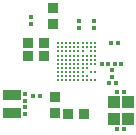
<source format=gts>
G04*
G04 #@! TF.GenerationSoftware,Altium Limited,Altium Designer,19.0.10 (269)*
G04*
G04 Layer_Color=8388736*
%FSLAX24Y24*%
%MOIN*%
G70*
G01*
G75*
%ADD20R,0.0166X0.0178*%
%ADD21R,0.0611X0.0355*%
%ADD22R,0.0395X0.0434*%
%ADD23C,0.0110*%
%ADD24R,0.0178X0.0166*%
%ADD25R,0.0375X0.0355*%
%ADD26R,0.0355X0.0375*%
D20*
X1366Y-1025D02*
D03*
X1590D02*
D03*
X1590Y-2246D02*
D03*
X1366D02*
D03*
X1275Y-69D02*
D03*
X1500D02*
D03*
X845Y-69D02*
D03*
X1070D02*
D03*
X1313Y-721D02*
D03*
X1089D02*
D03*
X1383Y639D02*
D03*
X1158D02*
D03*
X-1453Y-1130D02*
D03*
X-1228D02*
D03*
D21*
X-2132Y-1696D02*
D03*
Y-1125D02*
D03*
D22*
X1704Y-1921D02*
D03*
X1252D02*
D03*
Y-1350D02*
D03*
X1704D02*
D03*
D23*
X-620Y620D02*
D03*
X620Y-344D02*
D03*
X482D02*
D03*
X620Y-620D02*
D03*
X-482Y620D02*
D03*
X-344D02*
D03*
X-207D02*
D03*
X-69D02*
D03*
X69D02*
D03*
X207D02*
D03*
X344D02*
D03*
X482D02*
D03*
X620D02*
D03*
X-620Y482D02*
D03*
X-482D02*
D03*
X-344D02*
D03*
X-207D02*
D03*
X-69D02*
D03*
X69D02*
D03*
X207D02*
D03*
X344D02*
D03*
X482D02*
D03*
X620D02*
D03*
X-620Y344D02*
D03*
X-482D02*
D03*
X-344D02*
D03*
X-207D02*
D03*
X-69D02*
D03*
X69D02*
D03*
X207D02*
D03*
X482D02*
D03*
X620D02*
D03*
X-620Y207D02*
D03*
X-482D02*
D03*
X-344D02*
D03*
X-207D02*
D03*
X-69D02*
D03*
X69D02*
D03*
X207D02*
D03*
X344D02*
D03*
X482D02*
D03*
X620D02*
D03*
X-620Y69D02*
D03*
X-482D02*
D03*
X-344D02*
D03*
X-207D02*
D03*
X-69D02*
D03*
X69D02*
D03*
X207D02*
D03*
X344D02*
D03*
X482D02*
D03*
X620D02*
D03*
X-620Y-69D02*
D03*
X-482D02*
D03*
X-344D02*
D03*
X-207D02*
D03*
X-69D02*
D03*
X69D02*
D03*
X207D02*
D03*
X344D02*
D03*
X482D02*
D03*
X620D02*
D03*
X-620Y-207D02*
D03*
X-482D02*
D03*
X-344D02*
D03*
X-207D02*
D03*
X-69D02*
D03*
X69D02*
D03*
X207D02*
D03*
X344D02*
D03*
X-620Y-344D02*
D03*
X-482D02*
D03*
X-344D02*
D03*
X-207D02*
D03*
X-69D02*
D03*
X69D02*
D03*
X207D02*
D03*
X-620Y-482D02*
D03*
X-482D02*
D03*
X-344D02*
D03*
X-207D02*
D03*
X-69D02*
D03*
X69D02*
D03*
X207D02*
D03*
X344D02*
D03*
X-620Y-620D02*
D03*
X-482D02*
D03*
X-344D02*
D03*
X-207D02*
D03*
X-69D02*
D03*
X69D02*
D03*
X207D02*
D03*
X344D02*
D03*
X482D02*
D03*
D24*
X-1506Y1266D02*
D03*
Y1490D02*
D03*
X-1709Y-1306D02*
D03*
Y-1082D02*
D03*
Y-1525D02*
D03*
Y-1749D02*
D03*
X600Y1352D02*
D03*
Y1128D02*
D03*
X90Y1352D02*
D03*
Y1128D02*
D03*
X1173Y-287D02*
D03*
Y-511D02*
D03*
D25*
X-787Y1250D02*
D03*
Y1781D02*
D03*
X-727Y-1179D02*
D03*
Y-1710D02*
D03*
D26*
X-1093Y630D02*
D03*
X-1624D02*
D03*
X-276Y-1730D02*
D03*
X256D02*
D03*
X-1093Y197D02*
D03*
X-1624D02*
D03*
M02*

</source>
